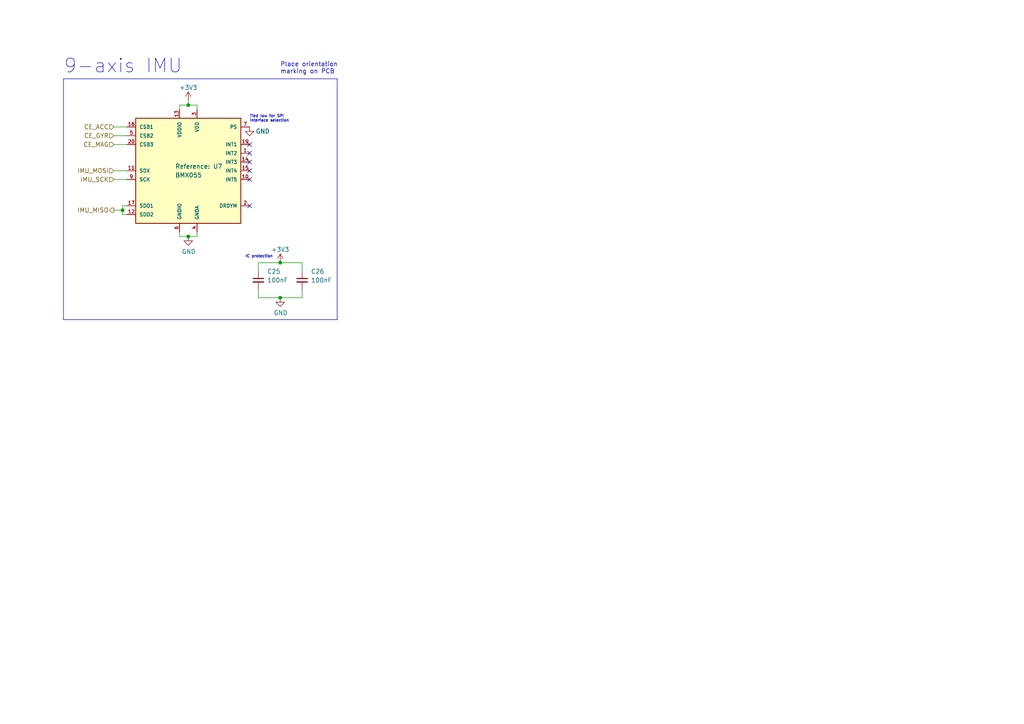
<source format=kicad_sch>
(kicad_sch (version 20230121) (generator eeschema)
  (paper "A4")
  (lib_symbols
    (symbol "BMX055:BMX055" (pin_names (offset 1.016))
      (property "Reference" "U" (at -15.24 17.78 0))
      (property "Value" "BMX055" (at -15.2654 -17.8054 0))
      (symbol "BMX055_0_0"
        (rectangle (start -15.24 -15.24) (end 15.24 15.24) (stroke (width 0.254)) (fill (type background)))
        (pin bidirectional line (at 17.78 5.08 180) (length 2.54) (name "INT2") (number "1"))
        (pin bidirectional line (at 17.78 -2.54 180) (length 2.54) (name "INT5") (number "10"))
        (pin bidirectional line (at -17.78 0 0) (length 2.54) (name "SDX") (number "11"))
        (pin bidirectional line (at -17.78 -12.7 0) (length 2.54) (name "SDO2") (number "12"))
        (pin bidirectional line (at -2.54 17.78 270) (length 2.54) (name "VDDIO") (number "13"))
        (pin bidirectional line (at 17.78 2.54 180) (length 2.54) (name "INT3") (number "14"))
        (pin bidirectional line (at 17.78 0 180) (length 2.54) (name "INT4") (number "15"))
        (pin bidirectional line (at -17.78 12.7 0) (length 2.54) (name "CSB1") (number "16"))
        (pin bidirectional line (at -17.78 -10.16 0) (length 2.54) (name "SDO1") (number "17"))
        (pin bidirectional line (at 17.78 7.62 180) (length 2.54) (name "INT1") (number "19"))
        (pin bidirectional line (at 17.78 -10.16 180) (length 2.54) (name "DRDYM") (number "2"))
        (pin bidirectional line (at -17.78 7.62 0) (length 2.54) (name "CSB3") (number "20"))
        (pin bidirectional line (at 2.54 17.78 270) (length 2.54) (name "VDD") (number "3"))
        (pin bidirectional line (at 2.54 -17.78 90) (length 2.54) (name "GNDA") (number "4"))
        (pin bidirectional line (at -17.78 10.16 0) (length 2.54) (name "CSB2") (number "5"))
        (pin bidirectional line (at -2.54 -17.78 90) (length 2.54) (name "GNDIO") (number "6"))
        (pin bidirectional line (at 17.78 12.7 180) (length 2.54) (name "PS") (number "7"))
        (pin bidirectional line (at -17.78 -2.54 0) (length 2.54) (name "SCX") (number "9"))
      )
    )
    (symbol "Device:C_Small" (pin_numbers hide) (pin_names (offset 0.254) hide)
      (property "Reference" "C" (at 0.254 1.778 0))
      (property "Value" "C_Small" (at 0.254 -2.032 0))
      (symbol "C_Small_0_1"
        (polyline (pts (xy -1.524 -0.508) (xy 1.524 -0.508)) (stroke (width 0.3302)))
        (polyline (pts (xy -1.524 0.508) (xy 1.524 0.508)) (stroke (width 0.3048)))
      )
      (symbol "C_Small_1_1"
        (pin passive line (at 0 2.54 270) (length 2.032) (name "~") (number "1"))
        (pin passive line (at 0 -2.54 90) (length 2.032) (name "~") (number "2"))
      )
    )
    (symbol "power:+3V3" (power) (pin_names (offset 0))
      (property "Value" "+3V3" (at 0 3.556 0))
      (symbol "+3V3_0_1"
        (polyline (pts (xy -0.762 1.27) (xy 0 2.54)))
        (polyline (pts (xy 0 0) (xy 0 2.54)))
        (polyline (pts (xy 0 2.54) (xy 0.762 1.27)))
      )
      (symbol "+3V3_1_1"
        (pin power_in line (at 0 0 90) (length 0) hide (name "+3V3") (number "1"))
      )
    )
    (symbol "power:GND" (power) (pin_names (offset 0))
      (property "Value" "GND" (at 0 -3.81 0))
      (symbol "GND_0_1"
        (polyline (pts (xy 0 0) (xy 0 -1.27) (xy 1.27 -1.27) (xy 0 -2.54) (xy -1.27 -1.27) (xy 0 -1.27)))
      )
      (symbol "GND_1_1"
        (pin power_in line (at 0 0 270) (length 0) hide (name "GND") (number "1"))
      )
    )
  )
  (junction (at 81.28 76.2))
  (junction (at 35.56 60.96))
  (junction (at 54.61 30.48))
  (junction (at 54.61 68.58))
  (junction (at 81.28 86.36))
  (no_connect (at 72.39 41.91))
  (no_connect (at 72.39 59.69))
  (no_connect (at 72.39 46.99))
  (no_connect (at 72.39 49.53))
  (no_connect (at 72.39 52.07))
  (no_connect (at 72.39 44.45))
  (wire (pts (xy 52.07 31.75) (xy 52.07 30.48)))
  (polyline (pts (xy 18.415 22.86) (xy 18.415 92.71)))
  (polyline (pts (xy 97.79 92.71) (xy 18.415 92.71)))
  (wire (pts (xy 33.02 36.83) (xy 36.83 36.83)))
  (wire (pts (xy 57.15 68.58) (xy 54.61 68.58)))
  (wire (pts (xy 35.56 62.23) (xy 36.83 62.23)))
  (wire (pts (xy 54.61 29.21) (xy 54.61 30.48)))
  (wire (pts (xy 57.15 67.31) (xy 57.15 68.58)))
  (wire (pts (xy 33.02 39.37) (xy 36.83 39.37)))
  (wire (pts (xy 87.63 76.2) (xy 87.63 78.74)))
  (wire (pts (xy 81.28 86.36) (xy 87.63 86.36)))
  (wire (pts (xy 35.56 60.96) (xy 35.56 62.23)))
  (wire (pts (xy 74.93 86.36) (xy 81.28 86.36)))
  (wire (pts (xy 33.02 52.07) (xy 36.83 52.07)))
  (wire (pts (xy 74.93 83.82) (xy 74.93 86.36)))
  (wire (pts (xy 33.02 41.91) (xy 36.83 41.91)))
  (wire (pts (xy 57.15 30.48) (xy 57.15 31.75)))
  (wire (pts (xy 81.28 76.2) (xy 87.63 76.2)))
  (wire (pts (xy 52.07 30.48) (xy 54.61 30.48)))
  (wire (pts (xy 52.07 68.58) (xy 54.61 68.58)))
  (wire (pts (xy 54.61 30.48) (xy 57.15 30.48)))
  (wire (pts (xy 33.02 49.53) (xy 36.83 49.53)))
  (wire (pts (xy 74.93 76.2) (xy 74.93 78.74)))
  (polyline (pts (xy 97.79 22.86) (xy 97.79 92.71)))
  (polyline (pts (xy 18.415 22.86) (xy 97.79 22.86)))
  (wire (pts (xy 52.07 67.31) (xy 52.07 68.58)))
  (wire (pts (xy 74.93 76.2) (xy 81.28 76.2)))
  (wire (pts (xy 35.56 59.69) (xy 36.83 59.69)))
  (wire (pts (xy 33.02 60.96) (xy 35.56 60.96)))
  (wire (pts (xy 87.63 86.36) (xy 87.63 83.82)))
  (wire (pts (xy 35.56 60.96) (xy 35.56 59.69)))
  (text "Place orientation \nmarking on PCB" (at 81.28 21.59 0) (effects (font (size 1.27 1.27)) (justify left bottom)))
  (text "Tied low for SPI\ninterface selection" (at 72.39 35.56 0) (effects (font (size 0.8 0.8)) (justify left bottom)))
  (text "IC protection" (at 71.12 74.93 0) (effects (font (size 0.8 0.8)) (justify left bottom)))
  (text "9-axis IMU" (at 18.415 21.59 0) (effects (font (size 3.9878 3.9878)) (justify left bottom)))
  (hierarchical_label "IMU_MISO" (shape output) (at 33.02 60.96 180))
  (hierarchical_label "CE_GYR" (shape input) (at 33.02 39.37 180))
  (hierarchical_label "IMU_MOSI" (shape input) (at 33.02 49.53 180))
  (hierarchical_label "CE_MAG" (shape input) (at 33.02 41.91 180))
  (hierarchical_label "IMU_SCK" (shape input) (at 33.02 52.07 180))
  (hierarchical_label "CE_ACC" (shape input) (at 33.02 36.83 180))
  (symbol (lib_id "power:GND") (at 72.39 36.83 0) (unit 1)
    (property "Reference" "#PWR061" (effects hide))
    (property "Value" "GND" (at 76.2 38.1 0))
  )
  (symbol (lib_id "BMX055:BMX055") (at 54.61 49.53 0) (unit 1)
    (property "Reference" "U7" (at 50.8 48.26 0) (show_name) (effects (justify left)))
    (property "Value" "BMX055" (at 50.8 50.8 0) (effects (justify left)))
    (property "Footprint" "local-library:BMX055" (effects hide))
    (property "Datasheet" "https://datasheet.lcsc.com/lcsc/1811071031_Bosch-Sensortec-BMX055_C94022.pdf" (effects hide))
    (property "LCSC#" "C94022" (effects hide))
  )
  (symbol (lib_id "power:+3V3") (at 54.61 29.21 0) (unit 1)
    (property "Reference" "#PWR04" (effects hide))
    (property "Value" "+3V3" (at 54.61 25.4 0))
    (instances (project "neptune" (path "" (reference "#PWR04") (unit 1)) (path "" (reference "#PWR046") (unit 1))))
  )
  (symbol (lib_id "power:GND") (at 81.28 86.36 0) (unit 1)
    (property "Reference" "#PWR063" (effects hide))
    (property "Value" "GND" (at 81.407 90.7542 0))
  )
  (symbol (lib_id "power:GND") (at 54.61 68.58 0) (unit 1)
    (property "Reference" "#PWR060" (effects hide))
    (property "Value" "GND" (at 54.737 72.9742 0))
  )
  (symbol (lib_id "Device:C_Small") (at 87.63 81.28 0) (unit 1)
    (property "Reference" "C26" (at 90.17 78.74 0) (effects (justify left)))
    (property "Value" "100nF" (at 90.17 81.28 0) (effects (justify left)))
    (property "Footprint" "Capacitor_SMD:C_0603_1608Metric" (effects hide))
  )
  (symbol (lib_id "Device:C_Small") (at 74.93 81.28 0) (unit 1)
    (property "Reference" "C25" (at 77.47 78.74 0) (effects (justify left)))
    (property "Value" "100nF" (at 77.47 81.28 0) (effects (justify left)))
    (property "Footprint" "Capacitor_SMD:C_0603_1608Metric" (effects hide))
  )
  (symbol (lib_id "power:+3V3") (at 81.28 76.2 0) (unit 1)
    (property "Reference" "#PWR04" (effects hide))
    (property "Value" "+3V3" (at 81.28 72.39 0))
    (instances (project "neptune" (path "" (reference "#PWR04") (unit 1)) (path "" (reference "#PWR048") (unit 1))))
  )
)
</source>
